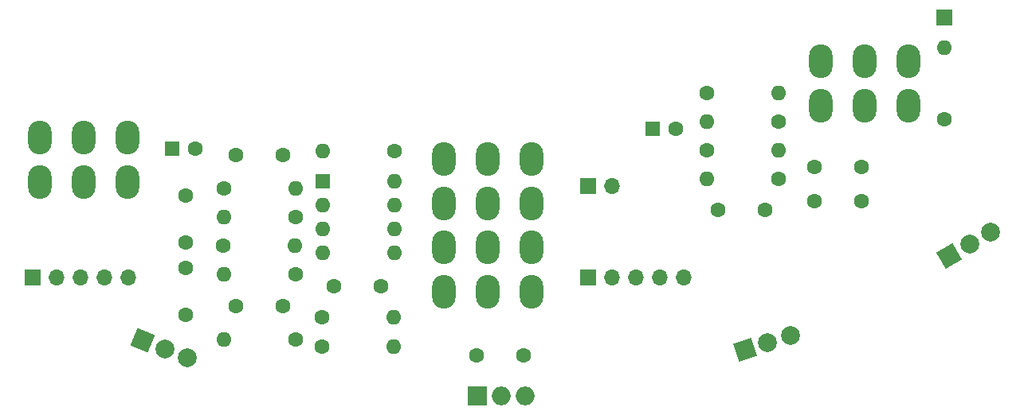
<source format=gbr>
%TF.GenerationSoftware,KiCad,Pcbnew,6.0.4-6f826c9f35~116~ubuntu20.04.1*%
%TF.CreationDate,2022-04-10T21:58:52+02:00*%
%TF.ProjectId,preamp,70726561-6d70-42e6-9b69-6361645f7063,A*%
%TF.SameCoordinates,Original*%
%TF.FileFunction,Soldermask,Bot*%
%TF.FilePolarity,Negative*%
%FSLAX46Y46*%
G04 Gerber Fmt 4.6, Leading zero omitted, Abs format (unit mm)*
G04 Created by KiCad (PCBNEW 6.0.4-6f826c9f35~116~ubuntu20.04.1) date 2022-04-10 21:58:52*
%MOMM*%
%LPD*%
G01*
G04 APERTURE LIST*
G04 Aperture macros list*
%AMHorizOval*
0 Thick line with rounded ends*
0 $1 width*
0 $2 $3 position (X,Y) of the first rounded end (center of the circle)*
0 $4 $5 position (X,Y) of the second rounded end (center of the circle)*
0 Add line between two ends*
20,1,$1,$2,$3,$4,$5,0*
0 Add two circle primitives to create the rounded ends*
1,1,$1,$2,$3*
1,1,$1,$4,$5*%
%AMRotRect*
0 Rectangle, with rotation*
0 The origin of the aperture is its center*
0 $1 length*
0 $2 width*
0 $3 Rotation angle, in degrees counterclockwise*
0 Add horizontal line*
21,1,$1,$2,0,0,$3*%
G04 Aperture macros list end*
%ADD10C,1.600000*%
%ADD11O,1.600000X1.600000*%
%ADD12R,1.700000X1.700000*%
%ADD13O,1.700000X1.700000*%
%ADD14R,2.000000X2.000000*%
%ADD15O,2.000000X2.000000*%
%ADD16R,1.600000X1.600000*%
%ADD17RotRect,2.000000X2.000000X68.000000*%
%ADD18HorizOval,2.000000X0.000000X0.000000X0.000000X0.000000X0*%
%ADD19C,2.000000*%
%ADD20RotRect,2.000000X2.000000X108.000000*%
%ADD21RotRect,2.000000X2.000000X120.000000*%
%ADD22O,2.500000X3.600000*%
G04 APERTURE END LIST*
D10*
%TO.C,C3*%
X54356000Y-118872000D03*
X54356000Y-123872000D03*
%TD*%
%TO.C,R8*%
X68834000Y-127254000D03*
D11*
X76454000Y-127254000D03*
%TD*%
D12*
%TO.C,J2*%
X97160000Y-119888000D03*
D13*
X99700000Y-119888000D03*
X102240000Y-119888000D03*
X104780000Y-119888000D03*
X107320000Y-119888000D03*
%TD*%
D10*
%TO.C,C10*%
X126198000Y-108077000D03*
X121198000Y-108077000D03*
%TD*%
%TO.C,C11*%
X121198000Y-111760000D03*
X126198000Y-111760000D03*
%TD*%
D14*
%TO.C,P2*%
X85359000Y-132461000D03*
D15*
X87899000Y-132461000D03*
X90439000Y-132461000D03*
%TD*%
D16*
%TO.C,C1*%
X52919621Y-106172000D03*
D10*
X55419621Y-106172000D03*
%TD*%
%TO.C,R9*%
X109728000Y-100203000D03*
D11*
X117348000Y-100203000D03*
%TD*%
D10*
%TO.C,R1*%
X58420000Y-110363000D03*
D11*
X66040000Y-110363000D03*
%TD*%
D16*
%TO.C,C8*%
X103973621Y-104013000D03*
D10*
X106473621Y-104013000D03*
%TD*%
D17*
%TO.C,P1*%
X49824276Y-126517399D03*
D18*
X52179323Y-127468900D03*
D19*
X54534370Y-128420400D03*
%TD*%
D10*
%TO.C,R11*%
X109728000Y-106299000D03*
D11*
X117348000Y-106299000D03*
%TD*%
D10*
%TO.C,C7*%
X90297000Y-128143000D03*
X85297000Y-128143000D03*
%TD*%
%TO.C,R12*%
X117348000Y-109347000D03*
D11*
X109728000Y-109347000D03*
%TD*%
D10*
%TO.C,R2*%
X66040000Y-113411000D03*
D11*
X58420000Y-113411000D03*
%TD*%
D10*
%TO.C,R5*%
X66040000Y-126492000D03*
D11*
X58420000Y-126492000D03*
%TD*%
D10*
%TO.C,R3*%
X58410000Y-116459000D03*
D11*
X66030000Y-116459000D03*
%TD*%
D10*
%TO.C,R6*%
X76571000Y-106416000D03*
D11*
X68951000Y-106416000D03*
%TD*%
D12*
%TO.C,J1*%
X38105000Y-119888000D03*
D13*
X40645000Y-119888000D03*
X43185000Y-119888000D03*
X45725000Y-119888000D03*
X48265000Y-119888000D03*
%TD*%
D20*
%TO.C,J4*%
X113790331Y-127611239D03*
D19*
X116206015Y-126826336D03*
X118621698Y-126041433D03*
%TD*%
D10*
%TO.C,C6*%
X75144000Y-120777000D03*
X70144000Y-120777000D03*
%TD*%
%TO.C,C4*%
X64730000Y-106807000D03*
X59730000Y-106807000D03*
%TD*%
D16*
%TO.C,U1*%
X68961000Y-109601000D03*
D11*
X68961000Y-112141000D03*
X68961000Y-114681000D03*
X68961000Y-117221000D03*
X76581000Y-117221000D03*
X76581000Y-114681000D03*
X76581000Y-112141000D03*
X76581000Y-109601000D03*
%TD*%
D10*
%TO.C,C9*%
X115911000Y-112649000D03*
X110911000Y-112649000D03*
%TD*%
D12*
%TO.C,J5*%
X135001000Y-92202000D03*
%TD*%
D10*
%TO.C,R13*%
X135001000Y-102997000D03*
D11*
X135001000Y-95377000D03*
%TD*%
D10*
%TO.C,C2*%
X54356000Y-111125000D03*
X54356000Y-116125000D03*
%TD*%
%TO.C,R4*%
X66040000Y-119507000D03*
D11*
X58420000Y-119507000D03*
%TD*%
D12*
%TO.C,J3*%
X97150000Y-110109000D03*
D13*
X99690000Y-110109000D03*
%TD*%
D10*
%TO.C,R7*%
X68834000Y-124079000D03*
D11*
X76454000Y-124079000D03*
%TD*%
D10*
%TO.C,C5*%
X59730000Y-122936000D03*
X64730000Y-122936000D03*
%TD*%
%TO.C,R10*%
X117348000Y-103251000D03*
D11*
X109728000Y-103251000D03*
%TD*%
D21*
%TO.C,P3*%
X135524000Y-117594500D03*
D19*
X137723705Y-116324500D03*
X139923409Y-115054500D03*
%TD*%
D22*
%TO.C,S1*%
X38911000Y-109685000D03*
X43561000Y-109685000D03*
X48211000Y-109685000D03*
X38911000Y-104945000D03*
X43561000Y-104945000D03*
X48211000Y-104945000D03*
%TD*%
%TO.C,S3*%
X121842873Y-101596654D03*
X126492873Y-101596654D03*
X131142873Y-101596654D03*
X121842873Y-96856654D03*
X126492873Y-96856654D03*
X131142873Y-96856654D03*
%TD*%
%TO.C,S2*%
X81812601Y-121426967D03*
X86462601Y-121426967D03*
X91112601Y-121426967D03*
X81812601Y-116676967D03*
X86462601Y-116676967D03*
X91112601Y-116676967D03*
X81812601Y-111976967D03*
X86462601Y-111976967D03*
X91112601Y-111976967D03*
X81812601Y-107226967D03*
X86462601Y-107226967D03*
X91112601Y-107226967D03*
%TD*%
M02*

</source>
